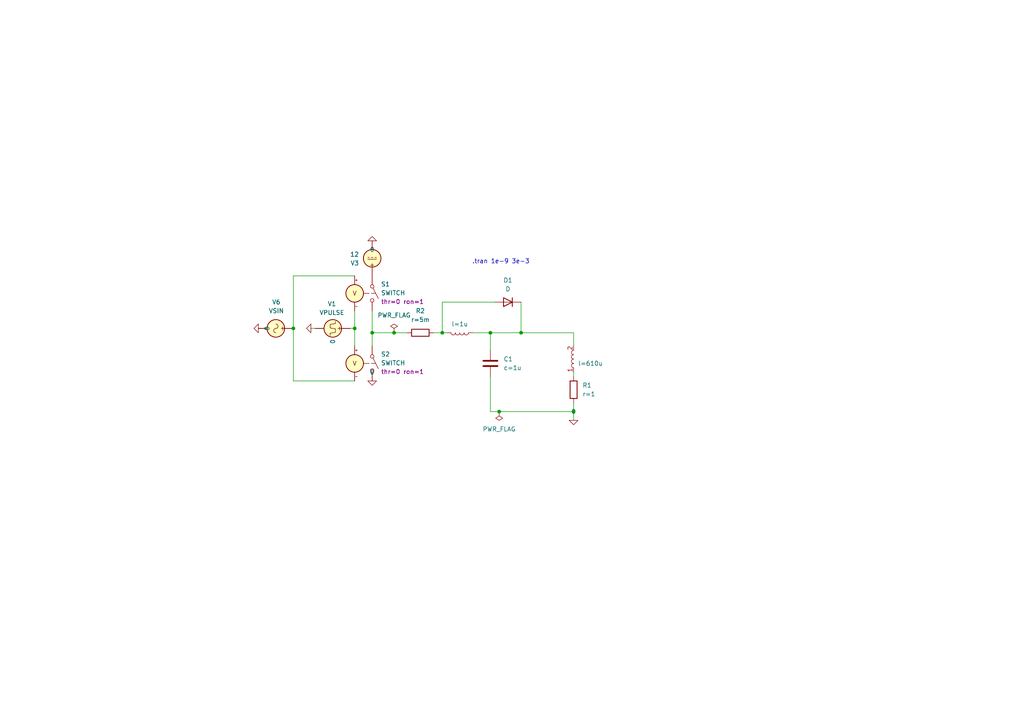
<source format=kicad_sch>
(kicad_sch (version 20231120) (generator "eeschema") (generator_version "8.0")
  (paper "A4")
  (lib_symbols
    (symbol "Device:C" (pin_numbers hide) (pin_names (offset 0.254))
      (property "Reference" "C" (at 0.635 2.54 0))
      (property "Value" "C" (at 0.635 -2.54 0))
      (symbol "C_0_1"
        (polyline (pts (xy -2.032 -0.762) (xy 2.032 -0.762)) (stroke (width 0.508)))
        (polyline (pts (xy -2.032 0.762) (xy 2.032 0.762)) (stroke (width 0.508)))
      )
      (symbol "C_1_1"
        (pin passive line (at 0 3.81 270) (length 2.794) (name "~") (number "1"))
        (pin passive line (at 0 -3.81 90) (length 2.794) (name "~") (number "2"))
      )
    )
    (symbol "Device:D" (pin_numbers hide) (pin_names (offset 1.016) hide)
      (property "Reference" "D" (at 0 2.54 0))
      (property "Value" "D" (at 0 -2.54 0))
      (symbol "D_0_1"
        (polyline (pts (xy -1.27 1.27) (xy -1.27 -1.27)) (stroke (width 0.254)))
        (polyline (pts (xy 1.27 0) (xy -1.27 0)))
        (polyline (pts (xy 1.27 1.27) (xy 1.27 -1.27) (xy -1.27 0) (xy 1.27 1.27)) (stroke (width 0.254)))
      )
      (symbol "D_1_1"
        (pin passive line (at -3.81 0 0) (length 2.54) (name "K") (number "1"))
        (pin passive line (at 3.81 0 180) (length 2.54) (name "A") (number "2"))
      )
    )
    (symbol "Device:L" (pin_numbers hide) (pin_names (offset 1.016) hide)
      (property "Reference" "L" (at -1.27 0 90))
      (property "Value" "L" (at 1.905 0 90))
      (symbol "L_0_1"
        (arc (start 0 -2.54) (mid 0.6323 -1.905) (end 0 -1.27))
        (arc (start 0 -1.27) (mid 0.6323 -0.635) (end 0 0))
        (arc (start 0 0) (mid 0.6323 0.635) (end 0 1.27))
        (arc (start 0 1.27) (mid 0.6323 1.905) (end 0 2.54))
      )
      (symbol "L_1_1"
        (pin passive line (at 0 3.81 270) (length 1.27) (name "1") (number "1"))
        (pin passive line (at 0 -3.81 90) (length 1.27) (name "2") (number "2"))
      )
    )
    (symbol "Device:R" (pin_numbers hide) (pin_names (offset 0))
      (property "Reference" "R" (at 2.032 0 90))
      (property "Value" "R" (at 0 0 90))
      (symbol "R_0_1"
        (rectangle (start -1.016 -2.54) (end 1.016 2.54) (stroke (width 0.254)))
      )
      (symbol "R_1_1"
        (pin passive line (at 0 3.81 270) (length 1.27) (name "~") (number "1"))
        (pin passive line (at 0 -3.81 90) (length 1.27) (name "~") (number "2"))
      )
    )
    (symbol "L_1" (pin_names (offset 1.016) hide)
      (property "Reference" "L" (at -1.27 0 90))
      (property "Value" "L" (at 1.905 0 90))
      (symbol "L_1_0_1"
        (arc (start 0 -2.54) (mid 0.6323 -1.905) (end 0 -1.27))
        (arc (start 0 -1.27) (mid 0.6323 -0.635) (end 0 0))
        (arc (start 0 0) (mid 0.6323 0.635) (end 0 1.27))
        (arc (start 0 1.27) (mid 0.6323 1.905) (end 0 2.54))
      )
      (symbol "L_1_1_1"
        (pin passive line (at 0 3.81 270) (length 1.27) (name "1") (number "1"))
        (pin passive line (at 0 -3.81 90) (length 1.27) (name "2") (number "2"))
      )
    )
    (symbol "Simulation_SPICE:0" (power) (pin_numbers hide) (pin_names (offset 0) hide)
      (property "Value" "0" (at 0 -2.54 0))
      (symbol "0_0_1"
        (polyline (pts (xy -1.27 0) (xy 0 -1.27) (xy 1.27 0) (xy -1.27 0)))
      )
      (symbol "0_1_1"
        (pin power_in line (at 0 0 0) (length 0) (name "~") (number "1"))
      )
    )
    (symbol "Simulation_SPICE:SWITCH" (pin_numbers hide) (pin_names (offset 1.016) hide)
      (property "Reference" "S" (at 2.54 2.54 0))
      (property "Value" "SWITCH" (at 2.54 0 0))
      (property "Sim.Params" "thr=0 ron=1" (at 2.54 -2.54 0))
      (symbol "SWITCH_0_1"
        (circle (center 0 -2.032) (radius 0.508))
        (polyline (pts (xy 0.254 1.524) (xy 1.778 -1.524)))
        (circle (center 0 2.032) (radius 0.508))
      )
      (symbol "SWITCH_1_1"
        (circle (center -5.08 0) (radius 2.54) (stroke (width 0.254)) (fill (type background)))
        (polyline (pts (xy -4.826 -3.81) (xy -4.318 -3.81)))
        (polyline (pts (xy -4.826 3.81) (xy -4.318 3.81)))
        (polyline (pts (xy -4.572 4.064) (xy -4.572 3.556)))
        (polyline (pts (xy -2.54 0) (xy 0.889 0)) (stroke (width 0) (type dash)))
        (text "V" (at -5.08 0 0) (effects (font (size 1.27 1.27))))
        (pin passive line (at 0 5.08 270) (length 2.54) (name "N+") (number "1"))
        (pin passive line (at 0 -5.08 90) (length 2.54) (name "N-") (number "2"))
        (pin input line (at -5.08 5.08 270) (length 2.54) (name "C+") (number "3"))
        (pin input line (at -5.08 -5.08 90) (length 2.54) (name "C-") (number "4"))
      )
    )
    (symbol "Simulation_SPICE:VDC" (pin_numbers hide) (pin_names (offset 0.0254))
      (property "Reference" "V" (at 2.54 2.54 0))
      (property "Value" "1" (at 2.54 0 0))
      (symbol "VDC_0_0"
        (polyline (pts (xy -1.27 0.254) (xy 1.27 0.254)))
        (polyline (pts (xy -0.762 -0.254) (xy -1.27 -0.254)))
        (polyline (pts (xy 0.254 -0.254) (xy -0.254 -0.254)))
        (polyline (pts (xy 1.27 -0.254) (xy 0.762 -0.254)))
        (text "+" (at 0 1.905 0) (effects (font (size 1.27 1.27))))
      )
      (symbol "VDC_0_1"
        (circle (center 0 0) (radius 2.54) (stroke (width 0.254)) (fill (type background)))
      )
      (symbol "VDC_1_1"
        (pin passive line (at 0 5.08 270) (length 2.54) (name "~") (number "1"))
        (pin passive line (at 0 -5.08 90) (length 2.54) (name "~") (number "2"))
      )
    )
    (symbol "Simulation_SPICE:VPULSE" (pin_numbers hide) (pin_names (offset 0.0254))
      (property "Reference" "V" (at 2.54 2.54 0))
      (property "Value" "VPULSE" (at 2.54 0 0))
      (property "Sim.Params" "y1=0 y2=1 td=2n tr=2n tf=2n tw=50n per=100n" (at 2.54 -2.54 0))
      (symbol "VPULSE_0_0"
        (polyline (pts (xy -2.032 -0.762) (xy -1.397 -0.762) (xy -1.143 0.762) (xy -0.127 0.762) (xy 0.127 -0.762) (xy 1.143 -0.762) (xy 1.397 0.762) (xy 2.032 0.762)))
        (text "+" (at 0 1.905 0) (effects (font (size 1.27 1.27))))
      )
      (symbol "VPULSE_0_1"
        (circle (center 0 0) (radius 2.54) (stroke (width 0.254)) (fill (type background)))
      )
      (symbol "VPULSE_1_1"
        (pin passive line (at 0 5.08 270) (length 2.54) (name "~") (number "1"))
        (pin passive line (at 0 -5.08 90) (length 2.54) (name "~") (number "2"))
      )
    )
    (symbol "Simulation_SPICE:VSIN" (pin_numbers hide) (pin_names (offset 0.0254))
      (property "Reference" "V" (at 2.54 2.54 0))
      (property "Value" "VSIN" (at 2.54 0 0))
      (property "Sim.Params" "dc=0 ampl=1 f=1k ac=1" (at 2.54 -2.54 0))
      (symbol "VSIN_0_0"
        (arc (start 0 0) (mid -0.635 0.6323) (end -1.27 0))
        (arc (start 0 0) (mid 0.635 -0.6323) (end 1.27 0))
        (text "+" (at 0 1.905 0) (effects (font (size 1.27 1.27))))
      )
      (symbol "VSIN_0_1"
        (circle (center 0 0) (radius 2.54) (stroke (width 0.254)) (fill (type background)))
      )
      (symbol "VSIN_1_1"
        (pin passive line (at 0 5.08 270) (length 2.54) (name "~") (number "1"))
        (pin passive line (at 0 -5.08 90) (length 2.54) (name "~") (number "2"))
      )
    )
    (symbol "power:PWR_FLAG" (power) (pin_numbers hide) (pin_names (offset 0) hide)
      (property "Value" "PWR_FLAG" (at 0 3.81 0))
      (symbol "PWR_FLAG_0_0"
        (pin power_out line (at 0 0 90) (length 0) (name "~") (number "1"))
      )
      (symbol "PWR_FLAG_0_1"
        (polyline (pts (xy 0 0) (xy 0 1.27) (xy -1.016 1.905) (xy 0 2.54) (xy 1.016 1.905) (xy 0 1.27)))
      )
    )
  )
  (junction (at 114.3 96.52))
  (junction (at 85.09 95.25))
  (junction (at 166.37 119.38))
  (junction (at 107.95 96.52))
  (junction (at 144.78 119.38))
  (junction (at 102.87 95.25))
  (junction (at 142.24 96.52))
  (junction (at 151.13 96.52))
  (junction (at 128.27 96.52))
  (wire (pts (xy 85.09 95.25) (xy 85.09 110.49)))
  (wire (pts (xy 151.13 87.63) (xy 151.13 96.52)))
  (wire (pts (xy 143.51 87.63) (xy 128.27 87.63)))
  (wire (pts (xy 151.13 96.52) (xy 166.37 96.52)))
  (wire (pts (xy 144.78 119.38) (xy 166.37 119.38)))
  (wire (pts (xy 166.37 116.84) (xy 166.37 119.38)))
  (wire (pts (xy 107.95 96.52) (xy 107.95 100.33)))
  (wire (pts (xy 128.27 96.52) (xy 129.54 96.52)))
  (wire (pts (xy 102.87 80.01) (xy 85.09 80.01)))
  (wire (pts (xy 107.95 96.52) (xy 114.3 96.52)))
  (wire (pts (xy 102.87 95.25) (xy 102.87 100.33)))
  (wire (pts (xy 114.3 96.52) (xy 118.11 96.52)))
  (wire (pts (xy 166.37 100.33) (xy 166.37 96.52)))
  (wire (pts (xy 166.37 119.38) (xy 166.37 121.92)))
  (wire (pts (xy 102.87 90.17) (xy 102.87 95.25)))
  (wire (pts (xy 101.6 95.25) (xy 102.87 95.25)))
  (wire (pts (xy 91.44 95.25) (xy 90.17 95.25)))
  (wire (pts (xy 85.09 80.01) (xy 85.09 95.25)))
  (wire (pts (xy 142.24 109.22) (xy 142.24 119.38)))
  (wire (pts (xy 142.24 96.52) (xy 142.24 101.6)))
  (wire (pts (xy 85.09 110.49) (xy 102.87 110.49)))
  (wire (pts (xy 137.16 96.52) (xy 142.24 96.52)))
  (wire (pts (xy 142.24 96.52) (xy 151.13 96.52)))
  (wire (pts (xy 142.24 119.38) (xy 144.78 119.38)))
  (wire (pts (xy 166.37 107.95) (xy 166.37 109.22)))
  (wire (pts (xy 128.27 87.63) (xy 128.27 96.52)))
  (wire (pts (xy 107.95 90.17) (xy 107.95 96.52)))
  (wire (pts (xy 125.73 96.52) (xy 128.27 96.52)))
  (text ".tran 1e-9 3e-3" (at 145.288 75.946 0) (effects (font (size 1.27 1.27))))
  (symbol (lib_id "Simulation_SPICE:0") (at 107.95 110.49 0) (unit 1)
    (property "Reference" "#GND06" (effects (hide yes)))
    (property "Value" "0" (at 107.95 107.95 0))
    (property "Datasheet" "https://ngspice.sourceforge.io/docs/ngspice-html-manual/manual.xhtml#subsec_Circuit_elements__device" (effects (hide yes)))
    (property "Description" "0V reference potential for simulation" (effects (hide yes)))
  )
  (symbol (lib_id "Device:L") (at 133.35 96.52 270) (unit 1)
    (property "Reference" "L2" (effects (hide yes)))
    (property "Value" "${SIM.PARAMS}" (at 133.35 93.98 90))
    (property "Description" "Inductor" (effects (hide yes)))
    (property "Sim.Device" "L" (effects (hide yes)))
    (property "Sim.Type" "=" (effects (hide yes)))
    (property "Sim.Params" "l=1u" (effects (hide yes)))
    (property "Sim.Pins" "1=+ 2=-" (effects (hide yes)))
  )
  (symbol (lib_id "Simulation_SPICE:VDC") (at 107.95 74.93 180) (unit 1)
    (property "Reference" "V3" (at 104.14 76.3299 0) (effects (justify left)))
    (property "Value" "12" (at 104.14 73.7899 0) (effects (justify left)))
    (property "Datasheet" "https://ngspice.sourceforge.io/docs/ngspice-html-manual/manual.xhtml#sec_Independent_Sources_for" (effects (hide yes)))
    (property "Description" "Voltage source, DC" (effects (hide yes)))
    (property "Sim.Pins" "1=+ 2=-" (effects (hide yes)))
    (property "Sim.Type" "DC" (effects (hide yes)))
    (property "Sim.Device" "V" (effects (hide yes)))
  )
  (symbol (lib_id "power:PWR_FLAG") (at 114.3 96.52 0) (unit 1)
    (property "Reference" "#FLG01" (effects (hide yes)))
    (property "Value" "PWR_FLAG" (at 114.3 91.44 0))
    (property "Description" "Special symbol for telling ERC where power comes from" (effects (hide yes)))
  )
  (symbol (lib_id "power:PWR_FLAG") (at 144.78 119.38 180) (unit 1)
    (property "Reference" "#FLG02" (effects (hide yes)))
    (property "Value" "PWR_FLAG" (at 144.78 124.46 0))
    (property "Description" "Special symbol for telling ERC where power comes from" (effects (hide yes)))
  )
  (symbol (lib_id "Simulation_SPICE:0") (at 166.37 121.92 0) (unit 1)
    (property "Reference" "#GND05" (effects (hide yes)))
    (property "Value" "0" (at 166.37 119.38 0))
    (property "Datasheet" "https://ngspice.sourceforge.io/docs/ngspice-html-manual/manual.xhtml#subsec_Circuit_elements__device" (effects (hide yes)))
    (property "Description" "0V reference potential for simulation" (effects (hide yes)))
  )
  (symbol (lib_id "Simulation_SPICE:SWITCH") (at 107.95 85.09 0) (unit 1)
    (property "Reference" "S1" (at 110.49 82.4229 0) (effects (justify left)))
    (property "Value" "SWITCH" (at 110.49 84.9629 0) (effects (justify left)))
    (property "Datasheet" "https://ngspice.sourceforge.io/docs/ngspice-html-manual/manual.xhtml#subsec_Switches" (effects (hide yes)))
    (property "Description" "Voltage controlled switch symbol for simulation only" (effects (hide yes)))
    (property "Sim.Device" "SW" (effects (hide yes)))
    (property "Sim.Type" "V" (effects (hide yes)))
    (property "Sim.Params" "thr=0 ron=1" (at 110.49 87.5029 0) (effects (justify left)))
    (property "Sim.Pins" "1=no+ 2=no- 3=ctrl+ 4=ctrl-" (effects (hide yes)))
  )
  (symbol (lib_id "Simulation_SPICE:SWITCH") (at 107.95 105.41 0) (unit 1)
    (property "Reference" "S2" (at 110.49 102.7429 0) (effects (justify left)))
    (property "Value" "SWITCH" (at 110.49 105.2829 0) (effects (justify left)))
    (property "Datasheet" "https://ngspice.sourceforge.io/docs/ngspice-html-manual/manual.xhtml#subsec_Switches" (effects (hide yes)))
    (property "Description" "Voltage controlled switch symbol for simulation only" (effects (hide yes)))
    (property "Sim.Device" "SW" (effects (hide yes)))
    (property "Sim.Type" "V" (effects (hide yes)))
    (property "Sim.Params" "thr=0 ron=1" (at 110.49 107.8229 0) (effects (justify left)))
    (property "Sim.Pins" "1=no+ 2=no- 3=ctrl+ 4=ctrl-" (effects (hide yes)))
  )
  (symbol (lib_name "L_1") (lib_id "Device:L") (at 166.37 104.14 180) (unit 1)
    (property "Reference" "L1" (effects (hide yes)))
    (property "Value" "${SIM.PARAMS}" (at 167.64 105.4099 0) (effects (justify right)))
    (property "Description" "Inductor" (effects (hide yes)))
    (property "Sim.Device" "L" (effects (hide yes)))
    (property "Sim.Type" "=" (effects (hide yes)))
    (property "Sim.Params" "l=610u" (effects (hide yes)))
    (property "Sim.Pins" "1=+ 2=-" (effects (hide yes)))
  )
  (symbol (lib_id "Device:R") (at 121.92 96.52 270) (unit 1)
    (property "Reference" "R2" (at 121.92 90.17 90))
    (property "Value" "${SIM.PARAMS}" (at 121.92 92.71 90))
    (property "Description" "Resistor" (effects (hide yes)))
    (property "Sim.Device" "R" (effects (hide yes)))
    (property "Sim.Type" "=" (effects (hide yes)))
    (property "Sim.Params" "r=5m" (effects (hide yes)))
    (property "Sim.Pins" "1=+ 2=-" (effects (hide yes)))
  )
  (symbol (lib_id "Device:C") (at 142.24 105.41 0) (unit 1)
    (property "Reference" "C1" (at 146.05 104.1399 0) (effects (justify left)))
    (property "Value" "${SIM.PARAMS}" (at 146.05 106.6799 0) (effects (justify left)))
    (property "Description" "Unpolarized capacitor" (effects (hide yes)))
    (property "Sim.Device" "C" (effects (hide yes)))
    (property "Sim.Type" "=" (effects (hide yes)))
    (property "Sim.Params" "c=1u" (effects (hide yes)))
    (property "Sim.Pins" "1=+ 2=-" (effects (hide yes)))
  )
  (symbol (lib_id "Simulation_SPICE:0") (at 107.95 69.85 180) (unit 1)
    (property "Reference" "#GND02" (effects (hide yes)))
    (property "Value" "0" (at 107.95 72.39 0))
    (property "Datasheet" "https://ngspice.sourceforge.io/docs/ngspice-html-manual/manual.xhtml#subsec_Circuit_elements__device" (effects (hide yes)))
    (property "Description" "0V reference potential for simulation" (effects (hide yes)))
  )
  (symbol (lib_id "Simulation_SPICE:0") (at 90.17 95.25 270) (unit 1)
    (property "Reference" "#GND01" (effects (hide yes)))
    (property "Value" "0" (at 96.52 99.06 0))
    (property "Datasheet" "https://ngspice.sourceforge.io/docs/ngspice-html-manual/manual.xhtml#subsec_Circuit_elements__device" (effects (hide yes)))
    (property "Description" "0V reference potential for simulation" (effects (hide yes)))
  )
  (symbol (lib_id "Simulation_SPICE:VPULSE") (at 96.52 95.25 270) (mirror x) (unit 1)
    (property "Reference" "V1" (at 96.266 88.138 90))
    (property "Value" "VPULSE" (at 96.266 90.678 90))
    (property "Datasheet" "https://ngspice.sourceforge.io/docs/ngspice-html-manual/manual.xhtml#sec_Independent_Sources_for" (effects (hide yes)))
    (property "Description" "Voltage source, pulse" (effects (hide yes)))
    (property "Sim.Pins" "1=+ 2=-" (effects (hide yes)))
    (property "Sim.Type" "PULSE" (effects (hide yes)))
    (property "Sim.Device" "V" (effects (hide yes)))
    (property "Sim.Params" "y1=0 y2=1G td=2n tr=166 tf=0 tw=1n per=166n" (effects (hide yes)))
  )
  (symbol (lib_id "Device:D") (at 147.32 87.63 180) (unit 1)
    (property "Reference" "D1" (at 147.32 81.28 0))
    (property "Value" "D" (at 147.32 83.82 0))
    (property "Description" "Diode" (effects (hide yes)))
    (property "Sim.Device" "D" (effects (hide yes)))
    (property "Sim.Pins" "1=K 2=A" (effects (hide yes)))
  )
  (symbol (lib_id "Device:R") (at 166.37 113.03 180) (unit 1)
    (property "Reference" "R1" (at 168.91 111.7599 0) (effects (justify right)))
    (property "Value" "${SIM.PARAMS}" (at 168.91 114.2999 0) (effects (justify right)))
    (property "Description" "Resistor" (effects (hide yes)))
    (property "Sim.Device" "R" (effects (hide yes)))
    (property "Sim.Type" "=" (effects (hide yes)))
    (property "Sim.Params" "r=1" (effects (hide yes)))
    (property "Sim.Pins" "1=+ 2=-" (effects (hide yes)))
  )
  (symbol (lib_id "Simulation_SPICE:VSIN") (at 80.01 95.25 270) (unit 1)
    (property "Reference" "V6" (at 80.1398 87.63 90))
    (property "Value" "VSIN" (at 80.1398 90.17 90))
    (property "Datasheet" "https://ngspice.sourceforge.io/docs/ngspice-html-manual/manual.xhtml#sec_Independent_Sources_for" (effects (hide yes)))
    (property "Description" "Voltage source, sinusoidal" (effects (hide yes)))
    (property "Sim.Pins" "1=+ 2=-" (effects (hide yes)))
    (property "Sim.Params" "dc=0.5 ampl=0.5 f=10k td=0 theta=0 phase=0 ac=1" (effects (hide yes)))
    (property "Sim.Type" "SIN" (effects (hide yes)))
    (property "Sim.Device" "V" (effects (hide yes)))
  )
  (symbol (lib_id "Simulation_SPICE:0") (at 74.93 95.25 270) (unit 1)
    (property "Reference" "#GND03" (effects (hide yes)))
    (property "Value" "0" (at 77.47 95.25 0))
    (property "Datasheet" "https://ngspice.sourceforge.io/docs/ngspice-html-manual/manual.xhtml#subsec_Circuit_elements__device" (effects (hide yes)))
    (property "Description" "0V reference potential for simulation" (effects (hide yes)))
  )
)
</source>
